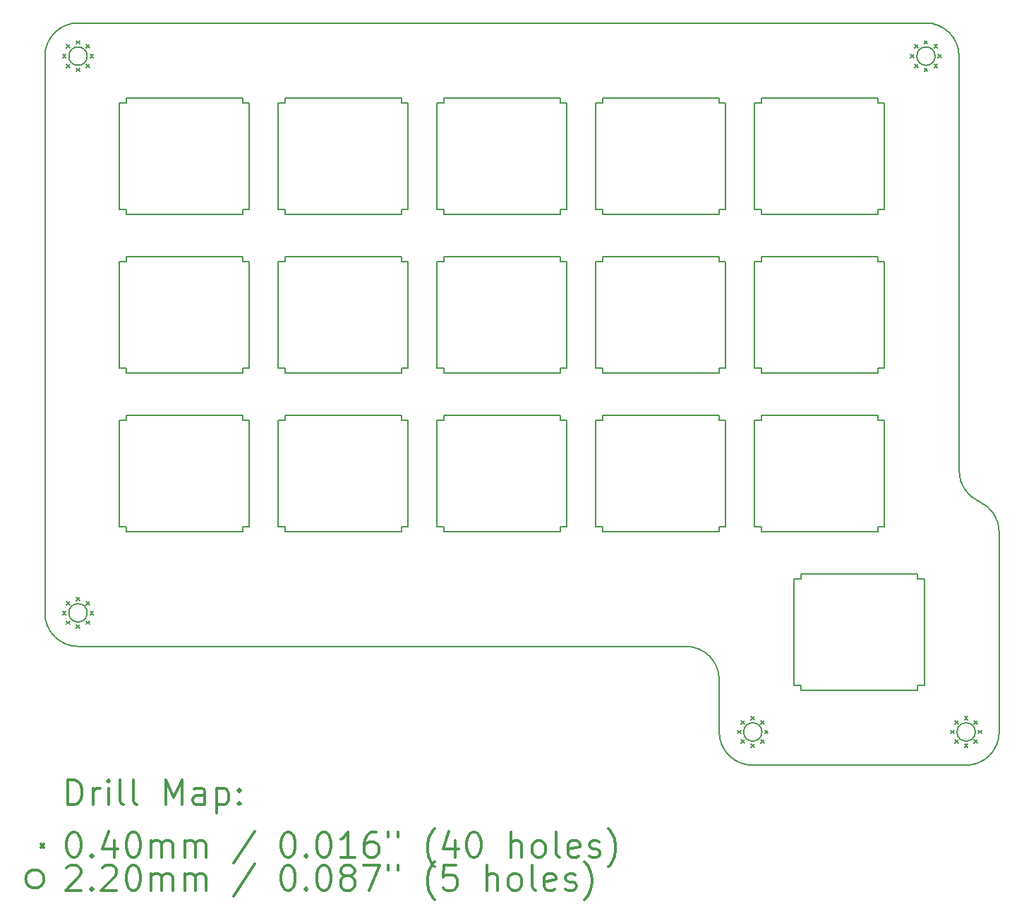
<source format=gbr>
%FSLAX45Y45*%
G04 Gerber Fmt 4.5, Leading zero omitted, Abs format (unit mm)*
G04 Created by KiCad (PCBNEW (5.1.9)-1) date 2021-01-20 18:14:50*
%MOMM*%
%LPD*%
G01*
G04 APERTURE LIST*
%TA.AperFunction,Profile*%
%ADD10C,0.200000*%
%TD*%
%ADD11C,0.200000*%
%ADD12C,0.300000*%
G04 APERTURE END LIST*
D10*
X25261495Y-10742729D02*
G75*
G02*
X25020530Y-10375704I159036J367025D01*
G01*
X21742719Y-12482290D02*
G75*
G02*
X22142719Y-12882471I0J-400000D01*
G01*
X25261495Y-10742729D02*
G75*
G02*
X25502459Y-11109757I-159036J-367025D01*
G01*
X25502443Y-13508927D02*
G75*
G02*
X25102443Y-13908924I-400000J3D01*
G01*
X22542434Y-13908924D02*
G75*
G02*
X22142435Y-13508743I0J400000D01*
G01*
X22542435Y-13908924D02*
X25102443Y-13908924D01*
X22142719Y-12882471D02*
X22142435Y-13508743D01*
X14651817Y-12482290D02*
X21742719Y-12482290D01*
X14451817Y-12482290D02*
G75*
G02*
X14051817Y-12082290I0J400000D01*
G01*
X24620530Y-4996163D02*
G75*
G02*
X25020530Y-5396163I0J-400000D01*
G01*
X14051817Y-5396163D02*
G75*
G02*
X14451817Y-4996163I400000J0D01*
G01*
X25502459Y-11109757D02*
X25502443Y-13508927D01*
X25020530Y-5396163D02*
X25020530Y-10375704D01*
X14451817Y-4996163D02*
X24620530Y-4996163D01*
X14051817Y-5396163D02*
X14051817Y-12082290D01*
X14651817Y-12482290D02*
X14451817Y-12482290D01*
X15026337Y-5894754D02*
X16426292Y-5894754D01*
X16426292Y-5954694D02*
X16426292Y-5894754D01*
X16506352Y-5954694D02*
X16426292Y-5954694D01*
X16506352Y-7234754D02*
X16506352Y-5954694D01*
X16426292Y-7234754D02*
X16506352Y-7234754D01*
X16426292Y-7294684D02*
X16426292Y-7234754D01*
X15026337Y-7294684D02*
X16426292Y-7294684D01*
X15026337Y-7234754D02*
X15026337Y-7294684D01*
X14946273Y-7234754D02*
X15026337Y-7234754D01*
X14946273Y-5954694D02*
X14946273Y-7234754D01*
X15026337Y-5954694D02*
X14946273Y-5954694D01*
X15026337Y-5894754D02*
X15026337Y-5954694D01*
X18331272Y-5894754D02*
X16931342Y-5894754D01*
X18331272Y-5954694D02*
X18331272Y-5894754D01*
X18411352Y-5954694D02*
X18331272Y-5954694D01*
X18411352Y-7234754D02*
X18411352Y-5954694D01*
X18331272Y-7234754D02*
X18411352Y-7234754D01*
X18331272Y-7294684D02*
X18331272Y-7234754D01*
X16931342Y-7294684D02*
X18331272Y-7294684D01*
X16931342Y-7234754D02*
X16931342Y-7294684D01*
X16851272Y-7234754D02*
X16931342Y-7234754D01*
X16851272Y-5954694D02*
X16851272Y-7234754D01*
X16931342Y-5954694D02*
X16851272Y-5954694D01*
X16931342Y-5894754D02*
X16931342Y-5954694D01*
X20236272Y-5894754D02*
X18836342Y-5894754D01*
X20236272Y-5954694D02*
X20236272Y-5894754D01*
X20316352Y-5954694D02*
X20236272Y-5954694D01*
X20316352Y-7234754D02*
X20316352Y-5954694D01*
X20236272Y-7234754D02*
X20316352Y-7234754D01*
X20236272Y-7294684D02*
X20236272Y-7234754D01*
X18836342Y-7294684D02*
X20236272Y-7294684D01*
X18836342Y-7234754D02*
X18836342Y-7294684D01*
X18756262Y-7234754D02*
X18836342Y-7234754D01*
X18756262Y-5954694D02*
X18756262Y-7234754D01*
X18836342Y-5954694D02*
X18756262Y-5954694D01*
X18836342Y-5894754D02*
X18836342Y-5954694D01*
X22141272Y-5894754D02*
X20741342Y-5894754D01*
X22141272Y-5954694D02*
X22141272Y-5894754D01*
X22221352Y-5954694D02*
X22141272Y-5954694D01*
X22221352Y-7234754D02*
X22221352Y-5954694D01*
X22141272Y-7234754D02*
X22221352Y-7234754D01*
X22141272Y-7294684D02*
X22141272Y-7234754D01*
X20741342Y-7294684D02*
X22141272Y-7294684D01*
X20741342Y-7234754D02*
X20741342Y-7294684D01*
X20661262Y-7234754D02*
X20741342Y-7234754D01*
X20661262Y-5954694D02*
X20661262Y-7234754D01*
X20741342Y-5954694D02*
X20661262Y-5954694D01*
X20741342Y-5894754D02*
X20741342Y-5954694D01*
X24046272Y-5894754D02*
X22646342Y-5894754D01*
X24046272Y-5954694D02*
X24046272Y-5894754D01*
X24126212Y-5954694D02*
X24046272Y-5954694D01*
X24126212Y-7234754D02*
X24126212Y-5954694D01*
X24046272Y-7234754D02*
X24126212Y-7234754D01*
X24046272Y-7294684D02*
X24046272Y-7234754D01*
X22646342Y-7294684D02*
X24046272Y-7294684D01*
X22646342Y-7234754D02*
X22646342Y-7294684D01*
X22566262Y-7234754D02*
X22646342Y-7234754D01*
X22566262Y-5954694D02*
X22566262Y-7234754D01*
X22646342Y-5954694D02*
X22566262Y-5954694D01*
X22646342Y-5894754D02*
X22646342Y-5954694D01*
X16426292Y-7799754D02*
X15026337Y-7799754D01*
X16426292Y-7859694D02*
X16426292Y-7799754D01*
X16506352Y-7859694D02*
X16426292Y-7859694D01*
X16506352Y-9139755D02*
X16506352Y-7859694D01*
X16426292Y-9139755D02*
X16506352Y-9139755D01*
X16426292Y-9199685D02*
X16426292Y-9139755D01*
X15026337Y-9199685D02*
X16426292Y-9199685D01*
X15026337Y-9139755D02*
X15026337Y-9199685D01*
X14946273Y-9139755D02*
X15026337Y-9139755D01*
X14946273Y-7859694D02*
X14946273Y-9139755D01*
X15026337Y-7859694D02*
X14946273Y-7859694D01*
X15026337Y-7799754D02*
X15026337Y-7859694D01*
X18331272Y-7799754D02*
X16931342Y-7799754D01*
X18331272Y-7859694D02*
X18331272Y-7799754D01*
X18411352Y-7859694D02*
X18331272Y-7859694D01*
X18411352Y-9139755D02*
X18411352Y-7859694D01*
X18331272Y-9139755D02*
X18411352Y-9139755D01*
X18331272Y-9199685D02*
X18331272Y-9139755D01*
X16931342Y-9199685D02*
X18331272Y-9199685D01*
X16931342Y-9139755D02*
X16931342Y-9199685D01*
X16851272Y-9139755D02*
X16931342Y-9139755D01*
X16851272Y-7859694D02*
X16851272Y-9139755D01*
X16931342Y-7859694D02*
X16851272Y-7859694D01*
X16931342Y-7799754D02*
X16931342Y-7859694D01*
X20236272Y-7799754D02*
X18836342Y-7799754D01*
X20236272Y-7859694D02*
X20236272Y-7799754D01*
X20316352Y-7859694D02*
X20236272Y-7859694D01*
X20316352Y-9139755D02*
X20316352Y-7859694D01*
X20236272Y-9139755D02*
X20316352Y-9139755D01*
X20236272Y-9199685D02*
X20236272Y-9139755D01*
X18836342Y-9199685D02*
X20236272Y-9199685D01*
X18836342Y-9139755D02*
X18836342Y-9199685D01*
X18756262Y-9139755D02*
X18836342Y-9139755D01*
X18756262Y-7859694D02*
X18756262Y-9139755D01*
X18836342Y-7859694D02*
X18756262Y-7859694D01*
X18836342Y-7799754D02*
X18836342Y-7859694D01*
X22141272Y-7799754D02*
X20741342Y-7799754D01*
X22141272Y-7859694D02*
X22141272Y-7799754D01*
X22221352Y-7859694D02*
X22141272Y-7859694D01*
X22221352Y-9139755D02*
X22221352Y-7859694D01*
X22141272Y-9139755D02*
X22221352Y-9139755D01*
X22141272Y-9199685D02*
X22141272Y-9139755D01*
X20741342Y-9199685D02*
X22141272Y-9199685D01*
X20741342Y-9139755D02*
X20741342Y-9199685D01*
X20661262Y-9139755D02*
X20741342Y-9139755D01*
X20661262Y-7859694D02*
X20661262Y-9139755D01*
X20741342Y-7859694D02*
X20661262Y-7859694D01*
X20741342Y-7799754D02*
X20741342Y-7859694D01*
X24046272Y-7799754D02*
X22646342Y-7799754D01*
X24046272Y-7859694D02*
X24046272Y-7799754D01*
X24126212Y-7859694D02*
X24046272Y-7859694D01*
X24126212Y-9139755D02*
X24126212Y-7859694D01*
X24046272Y-9139755D02*
X24126212Y-9139755D01*
X24046272Y-9199685D02*
X24046272Y-9139755D01*
X22646342Y-9199685D02*
X24046272Y-9199685D01*
X22646342Y-9139755D02*
X22646342Y-9199685D01*
X22566262Y-9139755D02*
X22646342Y-9139755D01*
X22566262Y-7859694D02*
X22566262Y-9139755D01*
X22646342Y-7859694D02*
X22566262Y-7859694D01*
X22646342Y-7799754D02*
X22646342Y-7859694D01*
X16426292Y-9704765D02*
X15026337Y-9704765D01*
X16426292Y-9764695D02*
X16426292Y-9704765D01*
X16506352Y-9764695D02*
X16426292Y-9764695D01*
X16506352Y-11044755D02*
X16506352Y-9764695D01*
X16426292Y-11044755D02*
X16506352Y-11044755D01*
X16426292Y-11104705D02*
X16426292Y-11044755D01*
X15026337Y-11104705D02*
X16426292Y-11104705D01*
X15026337Y-11044755D02*
X15026337Y-11104705D01*
X14946273Y-11044755D02*
X15026337Y-11044755D01*
X14946273Y-9764695D02*
X14946273Y-11044755D01*
X15026337Y-9764695D02*
X14946273Y-9764695D01*
X15026337Y-9704765D02*
X15026337Y-9764695D01*
X18331272Y-9704765D02*
X16931342Y-9704765D01*
X18331272Y-9764695D02*
X18331272Y-9704765D01*
X18411352Y-9764695D02*
X18331272Y-9764695D01*
X18411352Y-11044755D02*
X18411352Y-9764695D01*
X18331272Y-11044755D02*
X18411352Y-11044755D01*
X18331272Y-11104705D02*
X18331272Y-11044755D01*
X16931342Y-11104705D02*
X18331272Y-11104705D01*
X16931342Y-11044755D02*
X16931342Y-11104705D01*
X16851272Y-11044755D02*
X16931342Y-11044755D01*
X16851272Y-9764695D02*
X16851272Y-11044755D01*
X16931342Y-9764695D02*
X16851272Y-9764695D01*
X16931342Y-9704765D02*
X16931342Y-9764695D01*
X20236272Y-9704765D02*
X18836342Y-9704765D01*
X20236272Y-9764695D02*
X20236272Y-9704765D01*
X20316352Y-9764695D02*
X20236272Y-9764695D01*
X20316352Y-11044755D02*
X20316352Y-9764695D01*
X20236272Y-11044755D02*
X20316352Y-11044755D01*
X20236272Y-11104705D02*
X20236272Y-11044755D01*
X18836342Y-11104705D02*
X20236272Y-11104705D01*
X18836342Y-11044755D02*
X18836342Y-11104705D01*
X18756262Y-11044755D02*
X18836342Y-11044755D01*
X18756262Y-9764695D02*
X18756262Y-11044755D01*
X18836342Y-9764695D02*
X18756262Y-9764695D01*
X18836342Y-9704765D02*
X18836342Y-9764695D01*
X22141272Y-9704765D02*
X20741342Y-9704765D01*
X22141272Y-9764695D02*
X22141272Y-9704765D01*
X22221352Y-9764695D02*
X22141272Y-9764695D01*
X22221352Y-11044755D02*
X22221352Y-9764695D01*
X22141272Y-11044755D02*
X22221352Y-11044755D01*
X22141272Y-11104705D02*
X22141272Y-11044755D01*
X20741342Y-11104705D02*
X22141272Y-11104705D01*
X20741342Y-11044755D02*
X20741342Y-11104705D01*
X20661262Y-11044755D02*
X20741342Y-11044755D01*
X20661262Y-9764695D02*
X20661262Y-11044755D01*
X20741342Y-9764695D02*
X20661262Y-9764695D01*
X20741342Y-9704765D02*
X20741342Y-9764695D01*
X24046272Y-9704765D02*
X22646342Y-9704765D01*
X24046272Y-9764695D02*
X24046272Y-9704765D01*
X24126212Y-9764695D02*
X24046272Y-9764695D01*
X24126212Y-11044755D02*
X24126212Y-9764695D01*
X24046272Y-11044755D02*
X24126212Y-11044755D01*
X24046272Y-11104705D02*
X24046272Y-11044755D01*
X22646342Y-11104705D02*
X24046272Y-11104705D01*
X22646342Y-11044755D02*
X22646342Y-11104705D01*
X22566262Y-11044755D02*
X22646342Y-11044755D01*
X22566262Y-9764695D02*
X22566262Y-11044755D01*
X22646342Y-9764695D02*
X22566262Y-9764695D01*
X22646342Y-9704765D02*
X22646342Y-9764695D01*
X24522522Y-11609754D02*
X23122592Y-11609754D01*
X24522522Y-11669694D02*
X24522522Y-11609754D01*
X24602462Y-11669694D02*
X24522522Y-11669694D01*
X24602462Y-12949756D02*
X24602462Y-11669694D01*
X24522522Y-12949756D02*
X24602462Y-12949756D01*
X24522522Y-13009700D02*
X24522522Y-12949756D01*
X23122592Y-13009700D02*
X24522522Y-13009700D01*
X23122592Y-12949756D02*
X23122592Y-13009700D01*
X23042512Y-12949756D02*
X23122592Y-12949756D01*
X23042512Y-11669694D02*
X23042512Y-12949756D01*
X23122592Y-11669694D02*
X23042512Y-11669694D01*
X23122592Y-11609754D02*
X23122592Y-11669694D01*
D11*
X14265000Y-5375000D02*
X14305000Y-5415000D01*
X14305000Y-5375000D02*
X14265000Y-5415000D01*
X14265000Y-12060000D02*
X14305000Y-12100000D01*
X14305000Y-12060000D02*
X14265000Y-12100000D01*
X14313327Y-5258327D02*
X14353327Y-5298327D01*
X14353327Y-5258327D02*
X14313327Y-5298327D01*
X14313327Y-5491673D02*
X14353327Y-5531673D01*
X14353327Y-5491673D02*
X14313327Y-5531673D01*
X14313327Y-11943327D02*
X14353327Y-11983327D01*
X14353327Y-11943327D02*
X14313327Y-11983327D01*
X14313327Y-12176673D02*
X14353327Y-12216673D01*
X14353327Y-12176673D02*
X14313327Y-12216673D01*
X14430000Y-5210000D02*
X14470000Y-5250000D01*
X14470000Y-5210000D02*
X14430000Y-5250000D01*
X14430000Y-5540000D02*
X14470000Y-5580000D01*
X14470000Y-5540000D02*
X14430000Y-5580000D01*
X14430000Y-11895000D02*
X14470000Y-11935000D01*
X14470000Y-11895000D02*
X14430000Y-11935000D01*
X14430000Y-12225000D02*
X14470000Y-12265000D01*
X14470000Y-12225000D02*
X14430000Y-12265000D01*
X14546673Y-5258327D02*
X14586673Y-5298327D01*
X14586673Y-5258327D02*
X14546673Y-5298327D01*
X14546673Y-5491673D02*
X14586673Y-5531673D01*
X14586673Y-5491673D02*
X14546673Y-5531673D01*
X14546673Y-11943327D02*
X14586673Y-11983327D01*
X14586673Y-11943327D02*
X14546673Y-11983327D01*
X14546673Y-12176673D02*
X14586673Y-12216673D01*
X14586673Y-12176673D02*
X14546673Y-12216673D01*
X14595000Y-5375000D02*
X14635000Y-5415000D01*
X14635000Y-5375000D02*
X14595000Y-5415000D01*
X14595000Y-12060000D02*
X14635000Y-12100000D01*
X14635000Y-12060000D02*
X14595000Y-12100000D01*
X22360000Y-13490000D02*
X22400000Y-13530000D01*
X22400000Y-13490000D02*
X22360000Y-13530000D01*
X22408327Y-13373327D02*
X22448327Y-13413327D01*
X22448327Y-13373327D02*
X22408327Y-13413327D01*
X22408327Y-13606673D02*
X22448327Y-13646673D01*
X22448327Y-13606673D02*
X22408327Y-13646673D01*
X22525000Y-13325000D02*
X22565000Y-13365000D01*
X22565000Y-13325000D02*
X22525000Y-13365000D01*
X22525000Y-13655000D02*
X22565000Y-13695000D01*
X22565000Y-13655000D02*
X22525000Y-13695000D01*
X22641673Y-13373327D02*
X22681673Y-13413327D01*
X22681673Y-13373327D02*
X22641673Y-13413327D01*
X22641673Y-13606673D02*
X22681673Y-13646673D01*
X22681673Y-13606673D02*
X22641673Y-13646673D01*
X22690000Y-13490000D02*
X22730000Y-13530000D01*
X22730000Y-13490000D02*
X22690000Y-13530000D01*
X24438183Y-5375000D02*
X24478183Y-5415000D01*
X24478183Y-5375000D02*
X24438183Y-5415000D01*
X24486510Y-5258327D02*
X24526510Y-5298327D01*
X24526510Y-5258327D02*
X24486510Y-5298327D01*
X24486510Y-5491673D02*
X24526510Y-5531673D01*
X24526510Y-5491673D02*
X24486510Y-5531673D01*
X24603183Y-5210000D02*
X24643183Y-5250000D01*
X24643183Y-5210000D02*
X24603183Y-5250000D01*
X24603183Y-5540000D02*
X24643183Y-5580000D01*
X24643183Y-5540000D02*
X24603183Y-5580000D01*
X24719856Y-5258327D02*
X24759856Y-5298327D01*
X24759856Y-5258327D02*
X24719856Y-5298327D01*
X24719856Y-5491673D02*
X24759856Y-5531673D01*
X24759856Y-5491673D02*
X24719856Y-5531673D01*
X24768183Y-5375000D02*
X24808183Y-5415000D01*
X24808183Y-5375000D02*
X24768183Y-5415000D01*
X24920000Y-13490000D02*
X24960000Y-13530000D01*
X24960000Y-13490000D02*
X24920000Y-13530000D01*
X24968327Y-13373327D02*
X25008327Y-13413327D01*
X25008327Y-13373327D02*
X24968327Y-13413327D01*
X24968327Y-13606673D02*
X25008327Y-13646673D01*
X25008327Y-13606673D02*
X24968327Y-13646673D01*
X25085000Y-13325000D02*
X25125000Y-13365000D01*
X25125000Y-13325000D02*
X25085000Y-13365000D01*
X25085000Y-13655000D02*
X25125000Y-13695000D01*
X25125000Y-13655000D02*
X25085000Y-13695000D01*
X25201673Y-13373327D02*
X25241673Y-13413327D01*
X25241673Y-13373327D02*
X25201673Y-13413327D01*
X25201673Y-13606673D02*
X25241673Y-13646673D01*
X25241673Y-13606673D02*
X25201673Y-13646673D01*
X25250000Y-13490000D02*
X25290000Y-13530000D01*
X25290000Y-13490000D02*
X25250000Y-13530000D01*
X14560000Y-5395000D02*
G75*
G03*
X14560000Y-5395000I-110000J0D01*
G01*
X14560000Y-12080000D02*
G75*
G03*
X14560000Y-12080000I-110000J0D01*
G01*
X22655000Y-13510000D02*
G75*
G03*
X22655000Y-13510000I-110000J0D01*
G01*
X24733183Y-5395000D02*
G75*
G03*
X24733183Y-5395000I-110000J0D01*
G01*
X25215000Y-13510000D02*
G75*
G03*
X25215000Y-13510000I-110000J0D01*
G01*
D12*
X14328245Y-14384639D02*
X14328245Y-14084639D01*
X14399674Y-14084639D01*
X14442531Y-14098925D01*
X14471103Y-14127496D01*
X14485388Y-14156067D01*
X14499674Y-14213210D01*
X14499674Y-14256067D01*
X14485388Y-14313210D01*
X14471103Y-14341782D01*
X14442531Y-14370353D01*
X14399674Y-14384639D01*
X14328245Y-14384639D01*
X14628245Y-14384639D02*
X14628245Y-14184639D01*
X14628245Y-14241782D02*
X14642531Y-14213210D01*
X14656817Y-14198925D01*
X14685388Y-14184639D01*
X14713960Y-14184639D01*
X14813960Y-14384639D02*
X14813960Y-14184639D01*
X14813960Y-14084639D02*
X14799674Y-14098925D01*
X14813960Y-14113210D01*
X14828245Y-14098925D01*
X14813960Y-14084639D01*
X14813960Y-14113210D01*
X14999674Y-14384639D02*
X14971103Y-14370353D01*
X14956817Y-14341782D01*
X14956817Y-14084639D01*
X15156817Y-14384639D02*
X15128245Y-14370353D01*
X15113960Y-14341782D01*
X15113960Y-14084639D01*
X15499674Y-14384639D02*
X15499674Y-14084639D01*
X15599674Y-14298925D01*
X15699674Y-14084639D01*
X15699674Y-14384639D01*
X15971103Y-14384639D02*
X15971103Y-14227496D01*
X15956817Y-14198925D01*
X15928245Y-14184639D01*
X15871103Y-14184639D01*
X15842531Y-14198925D01*
X15971103Y-14370353D02*
X15942531Y-14384639D01*
X15871103Y-14384639D01*
X15842531Y-14370353D01*
X15828245Y-14341782D01*
X15828245Y-14313210D01*
X15842531Y-14284639D01*
X15871103Y-14270353D01*
X15942531Y-14270353D01*
X15971103Y-14256067D01*
X16113960Y-14184639D02*
X16113960Y-14484639D01*
X16113960Y-14198925D02*
X16142531Y-14184639D01*
X16199674Y-14184639D01*
X16228245Y-14198925D01*
X16242531Y-14213210D01*
X16256817Y-14241782D01*
X16256817Y-14327496D01*
X16242531Y-14356067D01*
X16228245Y-14370353D01*
X16199674Y-14384639D01*
X16142531Y-14384639D01*
X16113960Y-14370353D01*
X16385388Y-14356067D02*
X16399674Y-14370353D01*
X16385388Y-14384639D01*
X16371103Y-14370353D01*
X16385388Y-14356067D01*
X16385388Y-14384639D01*
X16385388Y-14198925D02*
X16399674Y-14213210D01*
X16385388Y-14227496D01*
X16371103Y-14213210D01*
X16385388Y-14198925D01*
X16385388Y-14227496D01*
X14001817Y-14858925D02*
X14041817Y-14898925D01*
X14041817Y-14858925D02*
X14001817Y-14898925D01*
X14385388Y-14714639D02*
X14413960Y-14714639D01*
X14442531Y-14728925D01*
X14456817Y-14743210D01*
X14471103Y-14771782D01*
X14485388Y-14828925D01*
X14485388Y-14900353D01*
X14471103Y-14957496D01*
X14456817Y-14986067D01*
X14442531Y-15000353D01*
X14413960Y-15014639D01*
X14385388Y-15014639D01*
X14356817Y-15000353D01*
X14342531Y-14986067D01*
X14328245Y-14957496D01*
X14313960Y-14900353D01*
X14313960Y-14828925D01*
X14328245Y-14771782D01*
X14342531Y-14743210D01*
X14356817Y-14728925D01*
X14385388Y-14714639D01*
X14613960Y-14986067D02*
X14628245Y-15000353D01*
X14613960Y-15014639D01*
X14599674Y-15000353D01*
X14613960Y-14986067D01*
X14613960Y-15014639D01*
X14885388Y-14814639D02*
X14885388Y-15014639D01*
X14813960Y-14700353D02*
X14742531Y-14914639D01*
X14928245Y-14914639D01*
X15099674Y-14714639D02*
X15128245Y-14714639D01*
X15156817Y-14728925D01*
X15171103Y-14743210D01*
X15185388Y-14771782D01*
X15199674Y-14828925D01*
X15199674Y-14900353D01*
X15185388Y-14957496D01*
X15171103Y-14986067D01*
X15156817Y-15000353D01*
X15128245Y-15014639D01*
X15099674Y-15014639D01*
X15071103Y-15000353D01*
X15056817Y-14986067D01*
X15042531Y-14957496D01*
X15028245Y-14900353D01*
X15028245Y-14828925D01*
X15042531Y-14771782D01*
X15056817Y-14743210D01*
X15071103Y-14728925D01*
X15099674Y-14714639D01*
X15328245Y-15014639D02*
X15328245Y-14814639D01*
X15328245Y-14843210D02*
X15342531Y-14828925D01*
X15371103Y-14814639D01*
X15413960Y-14814639D01*
X15442531Y-14828925D01*
X15456817Y-14857496D01*
X15456817Y-15014639D01*
X15456817Y-14857496D02*
X15471103Y-14828925D01*
X15499674Y-14814639D01*
X15542531Y-14814639D01*
X15571103Y-14828925D01*
X15585388Y-14857496D01*
X15585388Y-15014639D01*
X15728245Y-15014639D02*
X15728245Y-14814639D01*
X15728245Y-14843210D02*
X15742531Y-14828925D01*
X15771103Y-14814639D01*
X15813960Y-14814639D01*
X15842531Y-14828925D01*
X15856817Y-14857496D01*
X15856817Y-15014639D01*
X15856817Y-14857496D02*
X15871103Y-14828925D01*
X15899674Y-14814639D01*
X15942531Y-14814639D01*
X15971103Y-14828925D01*
X15985388Y-14857496D01*
X15985388Y-15014639D01*
X16571103Y-14700353D02*
X16313960Y-15086067D01*
X16956817Y-14714639D02*
X16985388Y-14714639D01*
X17013960Y-14728925D01*
X17028245Y-14743210D01*
X17042531Y-14771782D01*
X17056817Y-14828925D01*
X17056817Y-14900353D01*
X17042531Y-14957496D01*
X17028245Y-14986067D01*
X17013960Y-15000353D01*
X16985388Y-15014639D01*
X16956817Y-15014639D01*
X16928245Y-15000353D01*
X16913960Y-14986067D01*
X16899674Y-14957496D01*
X16885388Y-14900353D01*
X16885388Y-14828925D01*
X16899674Y-14771782D01*
X16913960Y-14743210D01*
X16928245Y-14728925D01*
X16956817Y-14714639D01*
X17185388Y-14986067D02*
X17199674Y-15000353D01*
X17185388Y-15014639D01*
X17171103Y-15000353D01*
X17185388Y-14986067D01*
X17185388Y-15014639D01*
X17385388Y-14714639D02*
X17413960Y-14714639D01*
X17442531Y-14728925D01*
X17456817Y-14743210D01*
X17471103Y-14771782D01*
X17485388Y-14828925D01*
X17485388Y-14900353D01*
X17471103Y-14957496D01*
X17456817Y-14986067D01*
X17442531Y-15000353D01*
X17413960Y-15014639D01*
X17385388Y-15014639D01*
X17356817Y-15000353D01*
X17342531Y-14986067D01*
X17328245Y-14957496D01*
X17313960Y-14900353D01*
X17313960Y-14828925D01*
X17328245Y-14771782D01*
X17342531Y-14743210D01*
X17356817Y-14728925D01*
X17385388Y-14714639D01*
X17771103Y-15014639D02*
X17599674Y-15014639D01*
X17685388Y-15014639D02*
X17685388Y-14714639D01*
X17656817Y-14757496D01*
X17628245Y-14786067D01*
X17599674Y-14800353D01*
X18028245Y-14714639D02*
X17971103Y-14714639D01*
X17942531Y-14728925D01*
X17928245Y-14743210D01*
X17899674Y-14786067D01*
X17885388Y-14843210D01*
X17885388Y-14957496D01*
X17899674Y-14986067D01*
X17913960Y-15000353D01*
X17942531Y-15014639D01*
X17999674Y-15014639D01*
X18028245Y-15000353D01*
X18042531Y-14986067D01*
X18056817Y-14957496D01*
X18056817Y-14886067D01*
X18042531Y-14857496D01*
X18028245Y-14843210D01*
X17999674Y-14828925D01*
X17942531Y-14828925D01*
X17913960Y-14843210D01*
X17899674Y-14857496D01*
X17885388Y-14886067D01*
X18171103Y-14714639D02*
X18171103Y-14771782D01*
X18285388Y-14714639D02*
X18285388Y-14771782D01*
X18728245Y-15128925D02*
X18713960Y-15114639D01*
X18685388Y-15071782D01*
X18671103Y-15043210D01*
X18656817Y-15000353D01*
X18642531Y-14928925D01*
X18642531Y-14871782D01*
X18656817Y-14800353D01*
X18671103Y-14757496D01*
X18685388Y-14728925D01*
X18713960Y-14686067D01*
X18728245Y-14671782D01*
X18971103Y-14814639D02*
X18971103Y-15014639D01*
X18899674Y-14700353D02*
X18828245Y-14914639D01*
X19013960Y-14914639D01*
X19185388Y-14714639D02*
X19213960Y-14714639D01*
X19242531Y-14728925D01*
X19256817Y-14743210D01*
X19271103Y-14771782D01*
X19285388Y-14828925D01*
X19285388Y-14900353D01*
X19271103Y-14957496D01*
X19256817Y-14986067D01*
X19242531Y-15000353D01*
X19213960Y-15014639D01*
X19185388Y-15014639D01*
X19156817Y-15000353D01*
X19142531Y-14986067D01*
X19128245Y-14957496D01*
X19113960Y-14900353D01*
X19113960Y-14828925D01*
X19128245Y-14771782D01*
X19142531Y-14743210D01*
X19156817Y-14728925D01*
X19185388Y-14714639D01*
X19642531Y-15014639D02*
X19642531Y-14714639D01*
X19771103Y-15014639D02*
X19771103Y-14857496D01*
X19756817Y-14828925D01*
X19728245Y-14814639D01*
X19685388Y-14814639D01*
X19656817Y-14828925D01*
X19642531Y-14843210D01*
X19956817Y-15014639D02*
X19928245Y-15000353D01*
X19913960Y-14986067D01*
X19899674Y-14957496D01*
X19899674Y-14871782D01*
X19913960Y-14843210D01*
X19928245Y-14828925D01*
X19956817Y-14814639D01*
X19999674Y-14814639D01*
X20028245Y-14828925D01*
X20042531Y-14843210D01*
X20056817Y-14871782D01*
X20056817Y-14957496D01*
X20042531Y-14986067D01*
X20028245Y-15000353D01*
X19999674Y-15014639D01*
X19956817Y-15014639D01*
X20228245Y-15014639D02*
X20199674Y-15000353D01*
X20185388Y-14971782D01*
X20185388Y-14714639D01*
X20456817Y-15000353D02*
X20428245Y-15014639D01*
X20371103Y-15014639D01*
X20342531Y-15000353D01*
X20328245Y-14971782D01*
X20328245Y-14857496D01*
X20342531Y-14828925D01*
X20371103Y-14814639D01*
X20428245Y-14814639D01*
X20456817Y-14828925D01*
X20471103Y-14857496D01*
X20471103Y-14886067D01*
X20328245Y-14914639D01*
X20585388Y-15000353D02*
X20613960Y-15014639D01*
X20671103Y-15014639D01*
X20699674Y-15000353D01*
X20713960Y-14971782D01*
X20713960Y-14957496D01*
X20699674Y-14928925D01*
X20671103Y-14914639D01*
X20628245Y-14914639D01*
X20599674Y-14900353D01*
X20585388Y-14871782D01*
X20585388Y-14857496D01*
X20599674Y-14828925D01*
X20628245Y-14814639D01*
X20671103Y-14814639D01*
X20699674Y-14828925D01*
X20813960Y-15128925D02*
X20828245Y-15114639D01*
X20856817Y-15071782D01*
X20871103Y-15043210D01*
X20885388Y-15000353D01*
X20899674Y-14928925D01*
X20899674Y-14871782D01*
X20885388Y-14800353D01*
X20871103Y-14757496D01*
X20856817Y-14728925D01*
X20828245Y-14686067D01*
X20813960Y-14671782D01*
X14041817Y-15274925D02*
G75*
G03*
X14041817Y-15274925I-110000J0D01*
G01*
X14313960Y-15139210D02*
X14328245Y-15124925D01*
X14356817Y-15110639D01*
X14428245Y-15110639D01*
X14456817Y-15124925D01*
X14471103Y-15139210D01*
X14485388Y-15167782D01*
X14485388Y-15196353D01*
X14471103Y-15239210D01*
X14299674Y-15410639D01*
X14485388Y-15410639D01*
X14613960Y-15382067D02*
X14628245Y-15396353D01*
X14613960Y-15410639D01*
X14599674Y-15396353D01*
X14613960Y-15382067D01*
X14613960Y-15410639D01*
X14742531Y-15139210D02*
X14756817Y-15124925D01*
X14785388Y-15110639D01*
X14856817Y-15110639D01*
X14885388Y-15124925D01*
X14899674Y-15139210D01*
X14913960Y-15167782D01*
X14913960Y-15196353D01*
X14899674Y-15239210D01*
X14728245Y-15410639D01*
X14913960Y-15410639D01*
X15099674Y-15110639D02*
X15128245Y-15110639D01*
X15156817Y-15124925D01*
X15171103Y-15139210D01*
X15185388Y-15167782D01*
X15199674Y-15224925D01*
X15199674Y-15296353D01*
X15185388Y-15353496D01*
X15171103Y-15382067D01*
X15156817Y-15396353D01*
X15128245Y-15410639D01*
X15099674Y-15410639D01*
X15071103Y-15396353D01*
X15056817Y-15382067D01*
X15042531Y-15353496D01*
X15028245Y-15296353D01*
X15028245Y-15224925D01*
X15042531Y-15167782D01*
X15056817Y-15139210D01*
X15071103Y-15124925D01*
X15099674Y-15110639D01*
X15328245Y-15410639D02*
X15328245Y-15210639D01*
X15328245Y-15239210D02*
X15342531Y-15224925D01*
X15371103Y-15210639D01*
X15413960Y-15210639D01*
X15442531Y-15224925D01*
X15456817Y-15253496D01*
X15456817Y-15410639D01*
X15456817Y-15253496D02*
X15471103Y-15224925D01*
X15499674Y-15210639D01*
X15542531Y-15210639D01*
X15571103Y-15224925D01*
X15585388Y-15253496D01*
X15585388Y-15410639D01*
X15728245Y-15410639D02*
X15728245Y-15210639D01*
X15728245Y-15239210D02*
X15742531Y-15224925D01*
X15771103Y-15210639D01*
X15813960Y-15210639D01*
X15842531Y-15224925D01*
X15856817Y-15253496D01*
X15856817Y-15410639D01*
X15856817Y-15253496D02*
X15871103Y-15224925D01*
X15899674Y-15210639D01*
X15942531Y-15210639D01*
X15971103Y-15224925D01*
X15985388Y-15253496D01*
X15985388Y-15410639D01*
X16571103Y-15096353D02*
X16313960Y-15482067D01*
X16956817Y-15110639D02*
X16985388Y-15110639D01*
X17013960Y-15124925D01*
X17028245Y-15139210D01*
X17042531Y-15167782D01*
X17056817Y-15224925D01*
X17056817Y-15296353D01*
X17042531Y-15353496D01*
X17028245Y-15382067D01*
X17013960Y-15396353D01*
X16985388Y-15410639D01*
X16956817Y-15410639D01*
X16928245Y-15396353D01*
X16913960Y-15382067D01*
X16899674Y-15353496D01*
X16885388Y-15296353D01*
X16885388Y-15224925D01*
X16899674Y-15167782D01*
X16913960Y-15139210D01*
X16928245Y-15124925D01*
X16956817Y-15110639D01*
X17185388Y-15382067D02*
X17199674Y-15396353D01*
X17185388Y-15410639D01*
X17171103Y-15396353D01*
X17185388Y-15382067D01*
X17185388Y-15410639D01*
X17385388Y-15110639D02*
X17413960Y-15110639D01*
X17442531Y-15124925D01*
X17456817Y-15139210D01*
X17471103Y-15167782D01*
X17485388Y-15224925D01*
X17485388Y-15296353D01*
X17471103Y-15353496D01*
X17456817Y-15382067D01*
X17442531Y-15396353D01*
X17413960Y-15410639D01*
X17385388Y-15410639D01*
X17356817Y-15396353D01*
X17342531Y-15382067D01*
X17328245Y-15353496D01*
X17313960Y-15296353D01*
X17313960Y-15224925D01*
X17328245Y-15167782D01*
X17342531Y-15139210D01*
X17356817Y-15124925D01*
X17385388Y-15110639D01*
X17656817Y-15239210D02*
X17628245Y-15224925D01*
X17613960Y-15210639D01*
X17599674Y-15182067D01*
X17599674Y-15167782D01*
X17613960Y-15139210D01*
X17628245Y-15124925D01*
X17656817Y-15110639D01*
X17713960Y-15110639D01*
X17742531Y-15124925D01*
X17756817Y-15139210D01*
X17771103Y-15167782D01*
X17771103Y-15182067D01*
X17756817Y-15210639D01*
X17742531Y-15224925D01*
X17713960Y-15239210D01*
X17656817Y-15239210D01*
X17628245Y-15253496D01*
X17613960Y-15267782D01*
X17599674Y-15296353D01*
X17599674Y-15353496D01*
X17613960Y-15382067D01*
X17628245Y-15396353D01*
X17656817Y-15410639D01*
X17713960Y-15410639D01*
X17742531Y-15396353D01*
X17756817Y-15382067D01*
X17771103Y-15353496D01*
X17771103Y-15296353D01*
X17756817Y-15267782D01*
X17742531Y-15253496D01*
X17713960Y-15239210D01*
X17871103Y-15110639D02*
X18071103Y-15110639D01*
X17942531Y-15410639D01*
X18171103Y-15110639D02*
X18171103Y-15167782D01*
X18285388Y-15110639D02*
X18285388Y-15167782D01*
X18728245Y-15524925D02*
X18713960Y-15510639D01*
X18685388Y-15467782D01*
X18671103Y-15439210D01*
X18656817Y-15396353D01*
X18642531Y-15324925D01*
X18642531Y-15267782D01*
X18656817Y-15196353D01*
X18671103Y-15153496D01*
X18685388Y-15124925D01*
X18713960Y-15082067D01*
X18728245Y-15067782D01*
X18985388Y-15110639D02*
X18842531Y-15110639D01*
X18828245Y-15253496D01*
X18842531Y-15239210D01*
X18871103Y-15224925D01*
X18942531Y-15224925D01*
X18971103Y-15239210D01*
X18985388Y-15253496D01*
X18999674Y-15282067D01*
X18999674Y-15353496D01*
X18985388Y-15382067D01*
X18971103Y-15396353D01*
X18942531Y-15410639D01*
X18871103Y-15410639D01*
X18842531Y-15396353D01*
X18828245Y-15382067D01*
X19356817Y-15410639D02*
X19356817Y-15110639D01*
X19485388Y-15410639D02*
X19485388Y-15253496D01*
X19471103Y-15224925D01*
X19442531Y-15210639D01*
X19399674Y-15210639D01*
X19371103Y-15224925D01*
X19356817Y-15239210D01*
X19671103Y-15410639D02*
X19642531Y-15396353D01*
X19628245Y-15382067D01*
X19613960Y-15353496D01*
X19613960Y-15267782D01*
X19628245Y-15239210D01*
X19642531Y-15224925D01*
X19671103Y-15210639D01*
X19713960Y-15210639D01*
X19742531Y-15224925D01*
X19756817Y-15239210D01*
X19771103Y-15267782D01*
X19771103Y-15353496D01*
X19756817Y-15382067D01*
X19742531Y-15396353D01*
X19713960Y-15410639D01*
X19671103Y-15410639D01*
X19942531Y-15410639D02*
X19913960Y-15396353D01*
X19899674Y-15367782D01*
X19899674Y-15110639D01*
X20171103Y-15396353D02*
X20142531Y-15410639D01*
X20085388Y-15410639D01*
X20056817Y-15396353D01*
X20042531Y-15367782D01*
X20042531Y-15253496D01*
X20056817Y-15224925D01*
X20085388Y-15210639D01*
X20142531Y-15210639D01*
X20171103Y-15224925D01*
X20185388Y-15253496D01*
X20185388Y-15282067D01*
X20042531Y-15310639D01*
X20299674Y-15396353D02*
X20328245Y-15410639D01*
X20385388Y-15410639D01*
X20413960Y-15396353D01*
X20428245Y-15367782D01*
X20428245Y-15353496D01*
X20413960Y-15324925D01*
X20385388Y-15310639D01*
X20342531Y-15310639D01*
X20313960Y-15296353D01*
X20299674Y-15267782D01*
X20299674Y-15253496D01*
X20313960Y-15224925D01*
X20342531Y-15210639D01*
X20385388Y-15210639D01*
X20413960Y-15224925D01*
X20528245Y-15524925D02*
X20542531Y-15510639D01*
X20571103Y-15467782D01*
X20585388Y-15439210D01*
X20599674Y-15396353D01*
X20613960Y-15324925D01*
X20613960Y-15267782D01*
X20599674Y-15196353D01*
X20585388Y-15153496D01*
X20571103Y-15124925D01*
X20542531Y-15082067D01*
X20528245Y-15067782D01*
M02*

</source>
